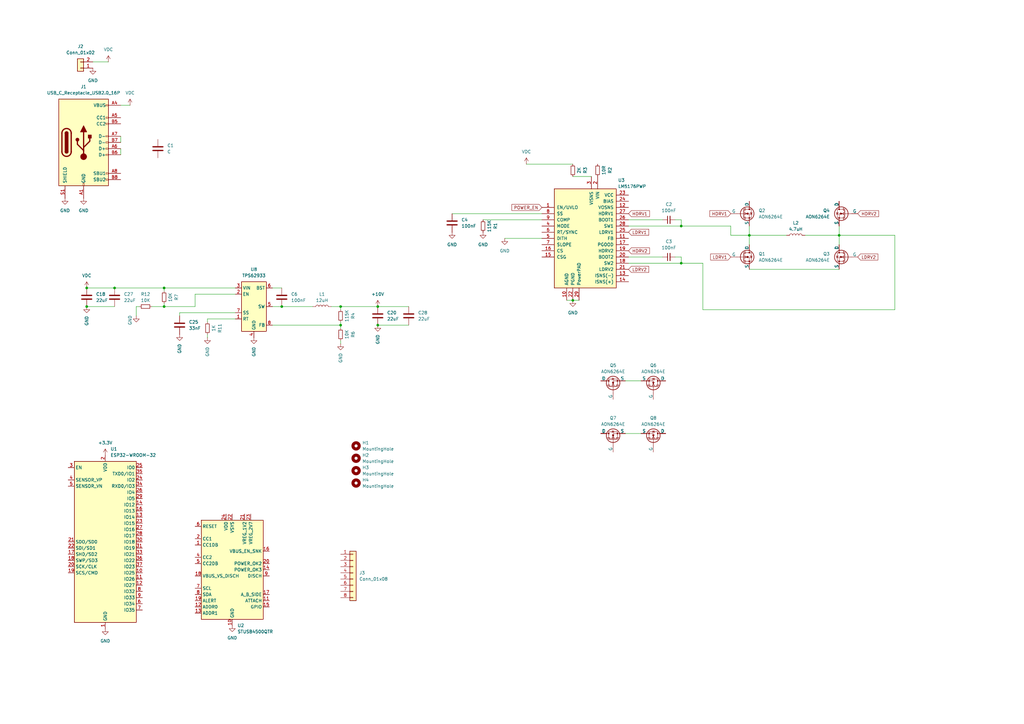
<source format=kicad_sch>
(kicad_sch (version 20250114) (generator "eeschema") (generator_version "9.0")
  (paper "A3")
  (lib_symbols
    (symbol "Connector:USB_C_Receptacle_USB2.0_16P" (pin_names (offset 1.016))
      (property "Reference" "J" (at 0 22.225 0))
      (property "Value" "USB_C_Receptacle_USB2.0_16P" (at 0 19.685 0))
      (symbol "USB_C_Receptacle_USB2.0_16P_0_0"
        (rectangle (start -0.254 -17.78) (end 0.254 -16.764))
        (rectangle (start 10.16 15.494) (end 9.144 14.986))
        (rectangle (start 10.16 10.414) (end 9.144 9.906))
        (rectangle (start 10.16 7.874) (end 9.144 7.366))
        (rectangle (start 10.16 2.794) (end 9.144 2.286))
        (rectangle (start 10.16 0.254) (end 9.144 -0.254))
        (rectangle (start 10.16 -2.286) (end 9.144 -2.794))
        (rectangle (start 10.16 -4.826) (end 9.144 -5.334))
        (rectangle (start 10.16 -12.446) (end 9.144 -12.954))
        (rectangle (start 10.16 -14.986) (end 9.144 -15.494))
      )
      (symbol "USB_C_Receptacle_USB2.0_16P_0_1"
        (rectangle (start -10.16 17.78) (end 10.16 -17.78) (stroke (width 0.254)) (fill (type background)))
        (polyline (pts (xy -8.89 -3.81) (xy -8.89 3.81)) (stroke (width 0.508)))
        (rectangle (start -7.62 -3.81) (end -6.35 3.81) (stroke (width 0.254)) (fill (type outline)))
        (arc (start -7.62 3.81) (mid -6.985 4.4423) (end -6.35 3.81) (stroke (width 0.254)))
        (arc (start -7.62 3.81) (mid -6.985 4.4423) (end -6.35 3.81) (stroke (width 0.254)) (fill (type outline)))
        (arc (start -8.89 3.81) (mid -6.985 5.7067) (end -5.08 3.81) (stroke (width 0.508)))
        (arc (start -5.08 -3.81) (mid -6.985 -5.7067) (end -8.89 -3.81) (stroke (width 0.508)))
        (arc (start -6.35 -3.81) (mid -6.985 -4.4423) (end -7.62 -3.81) (stroke (width 0.254)))
        (arc (start -6.35 -3.81) (mid -6.985 -4.4423) (end -7.62 -3.81) (stroke (width 0.254)) (fill (type outline)))
        (polyline (pts (xy -5.08 3.81) (xy -5.08 -3.81)) (stroke (width 0.508)))
        (circle (center -2.54 1.143) (radius 0.635) (stroke (width 0.254)) (fill (type outline)))
        (polyline (pts (xy -1.27 4.318) (xy 0 6.858) (xy 1.27 4.318) (xy -1.27 4.318)) (stroke (width 0.254)) (fill (type outline)))
        (polyline (pts (xy 0 -2.032) (xy 2.54 0.508) (xy 2.54 1.778)) (stroke (width 0.508)))
        (polyline (pts (xy 0 -3.302) (xy -2.54 -0.762) (xy -2.54 0.508)) (stroke (width 0.508)))
        (polyline (pts (xy 0 -5.842) (xy 0 4.318)) (stroke (width 0.508)))
        (circle (center 0 -5.842) (radius 1.27) (fill (type outline)))
        (rectangle (start 1.905 1.778) (end 3.175 3.048) (stroke (width 0.254)) (fill (type outline)))
      )
      (symbol "USB_C_Receptacle_USB2.0_16P_1_1"
        (pin passive line (at -7.62 -22.86 90) (length 5.08) (name "SHIELD") (number "S1"))
        (pin passive line (at 0 -22.86 90) (length 5.08) (name "GND") (number "A1"))
        (pin passive line (at 0 -22.86 90) (length 5.08) (hide yes) (name "GND") (number "A12"))
        (pin passive line (at 0 -22.86 90) (length 5.08) (hide yes) (name "GND") (number "B1"))
        (pin passive line (at 0 -22.86 90) (length 5.08) (hide yes) (name "GND") (number "B12"))
        (pin passive line (at 15.24 15.24 180) (length 5.08) (name "VBUS") (number "A4"))
        (pin passive line (at 15.24 15.24 180) (length 5.08) (hide yes) (name "VBUS") (number "A9"))
        (pin passive line (at 15.24 15.24 180) (length 5.08) (hide yes) (name "VBUS") (number "B4"))
        (pin passive line (at 15.24 15.24 180) (length 5.08) (hide yes) (name "VBUS") (number "B9"))
        (pin bidirectional line (at 15.24 10.16 180) (length 5.08) (name "CC1") (number "A5"))
        (pin bidirectional line (at 15.24 7.62 180) (length 5.08) (name "CC2") (number "B5"))
        (pin bidirectional line (at 15.24 2.54 180) (length 5.08) (name "D-") (number "A7"))
        (pin bidirectional line (at 15.24 0 180) (length 5.08) (name "D-") (number "B7"))
        (pin bidirectional line (at 15.24 -2.54 180) (length 5.08) (name "D+") (number "A6"))
        (pin bidirectional line (at 15.24 -5.08 180) (length 5.08) (name "D+") (number "B6"))
        (pin bidirectional line (at 15.24 -12.7 180) (length 5.08) (name "SBU1") (number "A8"))
        (pin bidirectional line (at 15.24 -15.24 180) (length 5.08) (name "SBU2") (number "B8"))
      )
    )
    (symbol "Connector_Generic:Conn_01x02" (pin_names (offset 1.016) (hide yes))
      (property "Reference" "J" (at 0 2.54 0))
      (property "Value" "Conn_01x02" (at 0 -5.08 0))
      (symbol "Conn_01x02_1_1"
        (rectangle (start -1.27 1.27) (end 1.27 -3.81) (stroke (width 0.254)) (fill (type background)))
        (rectangle (start -1.27 0.127) (end 0 -0.127) (stroke (width 0.1524)))
        (rectangle (start -1.27 -2.413) (end 0 -2.667) (stroke (width 0.1524)))
        (pin passive line (at -5.08 0 0) (length 3.81) (name "Pin_1") (number "1"))
        (pin passive line (at -5.08 -2.54 0) (length 3.81) (name "Pin_2") (number "2"))
      )
    )
    (symbol "Connector_Generic:Conn_01x08" (pin_names (offset 1.016) (hide yes))
      (property "Reference" "J" (at 0 10.16 0))
      (property "Value" "Conn_01x08" (at 0 -12.7 0))
      (symbol "Conn_01x08_1_1"
        (rectangle (start -1.27 8.89) (end 1.27 -11.43) (stroke (width 0.254)) (fill (type background)))
        (rectangle (start -1.27 7.747) (end 0 7.493) (stroke (width 0.1524)))
        (rectangle (start -1.27 5.207) (end 0 4.953) (stroke (width 0.1524)))
        (rectangle (start -1.27 2.667) (end 0 2.413) (stroke (width 0.1524)))
        (rectangle (start -1.27 0.127) (end 0 -0.127) (stroke (width 0.1524)))
        (rectangle (start -1.27 -2.413) (end 0 -2.667) (stroke (width 0.1524)))
        (rectangle (start -1.27 -4.953) (end 0 -5.207) (stroke (width 0.1524)))
        (rectangle (start -1.27 -7.493) (end 0 -7.747) (stroke (width 0.1524)))
        (rectangle (start -1.27 -10.033) (end 0 -10.287) (stroke (width 0.1524)))
        (pin passive line (at -5.08 7.62 0) (length 3.81) (name "Pin_1") (number "1"))
        (pin passive line (at -5.08 5.08 0) (length 3.81) (name "Pin_2") (number "2"))
        (pin passive line (at -5.08 2.54 0) (length 3.81) (name "Pin_3") (number "3"))
        (pin passive line (at -5.08 0 0) (length 3.81) (name "Pin_4") (number "4"))
        (pin passive line (at -5.08 -2.54 0) (length 3.81) (name "Pin_5") (number "5"))
        (pin passive line (at -5.08 -5.08 0) (length 3.81) (name "Pin_6") (number "6"))
        (pin passive line (at -5.08 -7.62 0) (length 3.81) (name "Pin_7") (number "7"))
        (pin passive line (at -5.08 -10.16 0) (length 3.81) (name "Pin_8") (number "8"))
      )
    )
    (symbol "Device:C" (pin_numbers (hide yes)) (pin_names (offset 0.254))
      (property "Reference" "C" (at 0.635 2.54 0))
      (property "Value" "C" (at 0.635 -2.54 0))
      (symbol "C_0_1"
        (polyline (pts (xy -2.032 0.762) (xy 2.032 0.762)) (stroke (width 0.508)))
        (polyline (pts (xy -2.032 -0.762) (xy 2.032 -0.762)) (stroke (width 0.508)))
      )
      (symbol "C_1_1"
        (pin passive line (at 0 3.81 270) (length 2.794) (name "~") (number "1"))
        (pin passive line (at 0 -3.81 90) (length 2.794) (name "~") (number "2"))
      )
    )
    (symbol "Device:C_Small" (pin_numbers (hide yes)) (pin_names (offset 0.254) (hide yes))
      (property "Reference" "C" (at 0.254 1.778 0))
      (property "Value" "C_Small" (at 0.254 -2.032 0))
      (symbol "C_Small_0_1"
        (polyline (pts (xy -1.524 0.508) (xy 1.524 0.508)) (stroke (width 0.3048)))
        (polyline (pts (xy -1.524 -0.508) (xy 1.524 -0.508)) (stroke (width 0.3302)))
      )
      (symbol "C_Small_1_1"
        (pin passive line (at 0 2.54 270) (length 2.032) (name "~") (number "1"))
        (pin passive line (at 0 -2.54 90) (length 2.032) (name "~") (number "2"))
      )
    )
    (symbol "Device:L" (pin_numbers (hide yes)) (pin_names (offset 1.016) (hide yes))
      (property "Reference" "L" (at -1.27 0 90))
      (property "Value" "L" (at 1.905 0 90))
      (symbol "L_0_1"
        (arc (start 0 2.54) (mid 0.6323 1.905) (end 0 1.27))
        (arc (start 0 1.27) (mid 0.6323 0.635) (end 0 0))
        (arc (start 0 0) (mid 0.6323 -0.635) (end 0 -1.27))
        (arc (start 0 -1.27) (mid 0.6323 -1.905) (end 0 -2.54))
      )
      (symbol "L_1_1"
        (pin passive line (at 0 3.81 270) (length 1.27) (name "1") (number "1"))
        (pin passive line (at 0 -3.81 90) (length 1.27) (name "2") (number "2"))
      )
    )
    (symbol "Device:R_Small" (pin_numbers (hide yes)) (pin_names (offset 0.254) (hide yes))
      (property "Reference" "R" (at 0 0 90))
      (property "Value" "R_Small" (at 1.778 0 90))
      (symbol "R_Small_0_1"
        (rectangle (start -0.762 1.778) (end 0.762 -1.778) (stroke (width 0.2032)))
      )
      (symbol "R_Small_1_1"
        (pin passive line (at 0 2.54 270) (length 0.762) (name "~") (number "1"))
        (pin passive line (at 0 -2.54 90) (length 0.762) (name "~") (number "2"))
      )
    )
    (symbol "Interface_USB:STUSB4500QTR"
      (property "Reference" "U" (at -12.7 21.59 0))
      (property "Value" "STUSB4500QTR" (at 8.89 -21.59 0))
      (symbol "STUSB4500QTR_0_1"
        (rectangle (start -12.7 20.32) (end 12.7 -20.32) (stroke (width 0.254)) (fill (type background)))
      )
      (symbol "STUSB4500QTR_1_1"
        (pin input line (at -15.24 17.78 0) (length 2.54) (name "RESET") (number "6"))
        (pin bidirectional line (at -15.24 12.7 0) (length 2.54) (name "CC1") (number "2"))
        (pin bidirectional line (at -15.24 10.16 0) (length 2.54) (name "CC1DB") (number "1"))
        (pin bidirectional line (at -15.24 5.08 0) (length 2.54) (name "CC2") (number "4"))
        (pin bidirectional line (at -15.24 2.54 0) (length 2.54) (name "CC2DB") (number "5"))
        (pin input line (at -15.24 -2.54 0) (length 2.54) (name "VBUS_VS_DISCH") (number "18"))
        (pin input line (at -15.24 -7.62 0) (length 2.54) (name "SCL") (number "7"))
        (pin bidirectional line (at -15.24 -10.16 0) (length 2.54) (name "SDA") (number "8"))
        (pin open_collector line (at -15.24 -12.7 0) (length 2.54) (name "ALERT") (number "19"))
        (pin input line (at -15.24 -15.24 0) (length 2.54) (name "ADDR0") (number "12"))
        (pin input line (at -15.24 -17.78 0) (length 2.54) (name "ADDR1") (number "13"))
        (pin no_connect line (at -12.7 15.24 0) (length 2.54) (hide yes) (name "NC") (number "3"))
        (pin power_in line (at -2.54 22.86 270) (length 2.54) (name "VDD") (number "24"))
        (pin power_in line (at 0 22.86 270) (length 2.54) (name "VSYS") (number "22"))
        (pin power_in line (at 0 -22.86 90) (length 2.54) (name "GND") (number "10"))
        (pin passive line (at 0 -22.86 90) (length 2.54) (hide yes) (name "GND") (number "25"))
        (pin power_out line (at 5.08 22.86 270) (length 2.54) (name "VREG_1V2") (number "21"))
        (pin power_out line (at 7.62 22.86 270) (length 2.54) (name "VREG_2V7") (number "23"))
        (pin open_collector line (at 15.24 7.62 180) (length 2.54) (name "VBUS_EN_SNK") (number "16"))
        (pin open_collector line (at 15.24 2.54 180) (length 2.54) (name "POWER_OK2") (number "20"))
        (pin open_collector line (at 15.24 0 180) (length 2.54) (name "POWER_OK3") (number "14"))
        (pin bidirectional line (at 15.24 -2.54 180) (length 2.54) (name "DISCH") (number "9"))
        (pin open_collector line (at 15.24 -10.16 180) (length 2.54) (name "A_B_SIDE") (number "17"))
        (pin open_collector line (at 15.24 -12.7 180) (length 2.54) (name "ATTACH") (number "11"))
        (pin open_collector line (at 15.24 -15.24 180) (length 2.54) (name "GPIO") (number "15"))
      )
    )
    (symbol "Mechanical:MountingHole" (pin_names (offset 1.016)) (in_bom no)
      (property "Reference" "H" (at 0 5.08 0))
      (property "Value" "MountingHole" (at 0 3.175 0))
      (symbol "MountingHole_0_1"
        (circle (center 0 0) (radius 1.27) (stroke (width 1.27)))
      )
    )
    (symbol "RF_Module:ESP32-WROOM-32"
      (property "Reference" "U" (at -12.7 34.29 0))
      (property "Value" "ESP32-WROOM-32" (at 1.27 34.29 0))
      (symbol "ESP32-WROOM-32_0_1"
        (rectangle (start -12.7 33.02) (end 12.7 -33.02) (stroke (width 0.254)) (fill (type background)))
      )
      (symbol "ESP32-WROOM-32_1_1"
        (pin input line (at -15.24 30.48 0) (length 2.54) (name "EN") (number "3"))
        (pin input line (at -15.24 25.4 0) (length 2.54) (name "SENSOR_VP") (number "4"))
        (pin input line (at -15.24 22.86 0) (length 2.54) (name "SENSOR_VN") (number "5"))
        (pin bidirectional line (at -15.24 0 0) (length 2.54) (name "SDO/SD0") (number "21"))
        (pin bidirectional line (at -15.24 -2.54 0) (length 2.54) (name "SDI/SD1") (number "22"))
        (pin bidirectional line (at -15.24 -5.08 0) (length 2.54) (name "SHD/SD2") (number "17"))
        (pin bidirectional line (at -15.24 -7.62 0) (length 2.54) (name "SWP/SD3") (number "18"))
        (pin bidirectional line (at -15.24 -10.16 0) (length 2.54) (name "SCK/CLK") (number "20"))
        (pin bidirectional line (at -15.24 -12.7 0) (length 2.54) (name "SCS/CMD") (number "19"))
        (pin no_connect line (at -12.7 -27.94 0) (length 2.54) (hide yes) (name "NC") (number "32"))
        (pin power_in line (at 0 35.56 270) (length 2.54) (name "VDD") (number "2"))
        (pin power_in line (at 0 -35.56 90) (length 2.54) (name "GND") (number "1"))
        (pin passive line (at 0 -35.56 90) (length 2.54) (hide yes) (name "GND") (number "15"))
        (pin passive line (at 0 -35.56 90) (length 2.54) (hide yes) (name "GND") (number "38"))
        (pin passive line (at 0 -35.56 90) (length 2.54) (hide yes) (name "GND") (number "39"))
        (pin bidirectional line (at 15.24 30.48 180) (length 2.54) (name "IO0") (number "25"))
        (pin bidirectional line (at 15.24 27.94 180) (length 2.54) (name "TXD0/IO1") (number "35"))
        (pin bidirectional line (at 15.24 25.4 180) (length 2.54) (name "IO2") (number "24"))
        (pin bidirectional line (at 15.24 22.86 180) (length 2.54) (name "RXD0/IO3") (number "34"))
        (pin bidirectional line (at 15.24 20.32 180) (length 2.54) (name "IO4") (number "26"))
        (pin bidirectional line (at 15.24 17.78 180) (length 2.54) (name "IO5") (number "29"))
        (pin bidirectional line (at 15.24 15.24 180) (length 2.54) (name "IO12") (number "14"))
        (pin bidirectional line (at 15.24 12.7 180) (length 2.54) (name "IO13") (number "16"))
        (pin bidirectional line (at 15.24 10.16 180) (length 2.54) (name "IO14") (number "13"))
        (pin bidirectional line (at 15.24 7.62 180) (length 2.54) (name "IO15") (number "23"))
        (pin bidirectional line (at 15.24 5.08 180) (length 2.54) (name "IO16") (number "27"))
        (pin bidirectional line (at 15.24 2.54 180) (length 2.54) (name "IO17") (number "28"))
        (pin bidirectional line (at 15.24 0 180) (length 2.54) (name "IO18") (number "30"))
        (pin bidirectional line (at 15.24 -2.54 180) (length 2.54) (name "IO19") (number "31"))
        (pin bidirectional line (at 15.24 -5.08 180) (length 2.54) (name "IO21") (number "33"))
        (pin bidirectional line (at 15.24 -7.62 180) (length 2.54) (name "IO22") (number "36"))
        (pin bidirectional line (at 15.24 -10.16 180) (length 2.54) (name "IO23") (number "37"))
        (pin bidirectional line (at 15.24 -12.7 180) (length 2.54) (name "IO25") (number "10"))
        (pin bidirectional line (at 15.24 -15.24 180) (length 2.54) (name "IO26") (number "11"))
        (pin bidirectional line (at 15.24 -17.78 180) (length 2.54) (name "IO27") (number "12"))
        (pin bidirectional line (at 15.24 -20.32 180) (length 2.54) (name "IO32") (number "8"))
        (pin bidirectional line (at 15.24 -22.86 180) (length 2.54) (name "IO33") (number "9"))
        (pin input line (at 15.24 -25.4 180) (length 2.54) (name "IO34") (number "6"))
        (pin input line (at 15.24 -27.94 180) (length 2.54) (name "IO35") (number "7"))
      )
    )
    (symbol "Regulator_Switching:LM5176PWP" (pin_names (offset 1.016))
      (property "Reference" "U" (at -12.7 24.13 0))
      (property "Value" "LM5176PWP" (at -12.7 21.59 0))
      (symbol "LM5176PWP_0_1"
        (rectangle (start -12.7 20.32) (end 12.7 -20.32) (stroke (width 0.254)) (fill (type background)))
      )
      (symbol "LM5176PWP_1_1"
        (pin input line (at -17.78 12.7 0) (length 5.08) (name "EN/UVLO") (number "1"))
        (pin passive line (at -17.78 10.16 0) (length 5.08) (name "SS") (number "8"))
        (pin passive line (at -17.78 7.62 0) (length 5.08) (name "COMP") (number "9"))
        (pin input line (at -17.78 5.08 0) (length 5.08) (name "MODE") (number "4"))
        (pin input line (at -17.78 2.54 0) (length 5.08) (name "RT/SYNC") (number "6"))
        (pin passive line (at -17.78 0 0) (length 5.08) (name "DITH") (number "5"))
        (pin passive line (at -17.78 -2.54 0) (length 5.08) (name "SLOPE") (number "7"))
        (pin input line (at -17.78 -5.08 0) (length 5.08) (name "CS") (number "16"))
        (pin input line (at -17.78 -7.62 0) (length 5.08) (name "CSG") (number "15"))
        (pin power_in line (at -7.62 -25.4 90) (length 5.08) (name "AGND") (number "10"))
        (pin power_in line (at -5.08 -25.4 90) (length 5.08) (name "PGND") (number "22"))
        (pin input line (at -2.54 -25.4 90) (length 5.08) (name "PowerPAD") (number "29"))
        (pin input line (at 2.54 25.4 270) (length 5.08) (name "VISNS") (number "3"))
        (pin power_in line (at 5.08 25.4 270) (length 5.08) (name "VIN") (number "2"))
        (pin power_in line (at 17.78 17.78 180) (length 5.08) (name "VCC") (number "23"))
        (pin input line (at 17.78 15.24 180) (length 5.08) (name "BIAS") (number "24"))
        (pin output line (at 17.78 12.7 180) (length 5.08) (name "VOSNS") (number "12"))
        (pin output line (at 17.78 10.16 180) (length 5.08) (name "HDRV1") (number "27"))
        (pin passive line (at 17.78 7.62 180) (length 5.08) (name "BOOT1") (number "26"))
        (pin output line (at 17.78 5.08 180) (length 5.08) (name "SW1") (number "28"))
        (pin output line (at 17.78 2.54 180) (length 5.08) (name "LDRV1") (number "25"))
        (pin input line (at 17.78 0 180) (length 5.08) (name "FB") (number "11"))
        (pin output line (at 17.78 -2.54 180) (length 5.08) (name "PGOOD") (number "17"))
        (pin output line (at 17.78 -5.08 180) (length 5.08) (name "HDRV2") (number "19"))
        (pin passive line (at 17.78 -7.62 180) (length 5.08) (name "BOOT2") (number "20"))
        (pin output line (at 17.78 -10.16 180) (length 5.08) (name "SW2") (number "18"))
        (pin output line (at 17.78 -12.7 180) (length 5.08) (name "LDRV2") (number "21"))
        (pin input line (at 17.78 -15.24 180) (length 5.08) (name "ISNS(-)") (number "13"))
        (pin input line (at 17.78 -17.78 180) (length 5.08) (name "ISNS(+)") (number "14"))
      )
    )
    (symbol "Regulator_Switching:TPS62933"
      (property "Reference" "U" (at 0 13.97 0))
      (property "Value" "TPS62933" (at 0 11.43 0))
      (symbol "TPS62933_0_1"
        (rectangle (start -5.08 10.16) (end 5.08 -10.16) (stroke (width 0.254)) (fill (type background)))
      )
      (symbol "TPS62933_1_1"
        (pin power_in line (at -7.62 7.62 0) (length 2.54) (name "VIN") (number "3"))
        (pin input line (at -7.62 5.08 0) (length 2.54) (name "EN") (number "2"))
        (pin passive line (at -7.62 -2.54 0) (length 2.54) (name "SS") (number "7"))
        (pin passive line (at -7.62 -5.08 0) (length 2.54) (name "RT") (number "1"))
        (pin power_in line (at 0 -12.7 90) (length 2.54) (name "GND") (number "4"))
        (pin passive line (at 7.62 7.62 180) (length 2.54) (name "BST") (number "6"))
        (pin output line (at 7.62 0 180) (length 2.54) (name "SW") (number "5"))
        (pin input line (at 7.62 -7.62 180) (length 2.54) (name "FB") (number "8"))
      )
    )
    (symbol "TiManh:NMOS-8PINS" (pin_numbers (hide yes)) (pin_names (offset 0))
      (property "Reference" "Q" (at 3.81 1.27 0))
      (property "Value" "NMOS-8PINS" (at 3.81 -1.27 0))
      (symbol "NMOS-8PINS_0_1"
        (polyline (pts (xy -1.016 1.905) (xy -1.016 -1.905)) (stroke (width 0.254)))
        (polyline (pts (xy -1.016 0) (xy -3.81 0)))
        (polyline (pts (xy -0.508 2.286) (xy -0.508 1.27)) (stroke (width 0.254)))
        (polyline (pts (xy -0.508 0.508) (xy -0.508 -0.508)) (stroke (width 0.254)))
        (polyline (pts (xy -0.508 -1.27) (xy -0.508 -2.286)) (stroke (width 0.254)))
        (polyline (pts (xy -0.508 -1.778) (xy 2.032 -1.778) (xy 2.032 1.778) (xy -0.508 1.778)))
        (polyline (pts (xy -0.254 0) (xy 0.762 0.381) (xy 0.762 -0.381) (xy -0.254 0)) (fill (type outline)))
        (circle (center 0.381 0) (radius 2.794) (stroke (width 0.254)))
        (polyline (pts (xy 1.27 2.54) (xy 1.27 1.778)))
        (circle (center 1.27 1.778) (radius 0.254) (fill (type outline)))
        (circle (center 1.27 -1.778) (radius 0.254) (fill (type outline)))
        (polyline (pts (xy 1.27 -2.54) (xy 1.27 0) (xy -0.508 0)))
        (polyline (pts (xy 1.524 0.508) (xy 1.651 0.381) (xy 2.413 0.381) (xy 2.54 0.254)))
        (polyline (pts (xy 2.032 0.381) (xy 1.651 -0.254) (xy 2.413 -0.254) (xy 2.032 0.381)))
      )
      (symbol "NMOS-8PINS_1_1"
        (pin input line (at -6.35 0 0) (length 2.54) (name "G") (number "4"))
        (pin passive line (at 1.27 5.08 270) (length 2.54) (name "D") (number "5"))
        (pin passive line (at 1.27 5.08 270) (length 2.54) (name "D") (number "6"))
        (pin passive line (at 1.27 5.08 270) (length 2.54) (name "D") (number "7"))
        (pin passive line (at 1.27 5.08 270) (length 2.54) (name "D") (number "8"))
        (pin passive line (at 1.27 -5.08 90) (length 2.54) (name "S") (number "1"))
        (pin passive line (at 1.27 -5.08 90) (length 2.54) (name "S") (number "2"))
        (pin passive line (at 1.27 -5.08 90) (length 2.54) (name "S") (number "3"))
      )
    )
    (symbol "power:+10V" (power) (pin_numbers (hide yes)) (pin_names (offset 0) (hide yes))
      (property "Value" "+10V" (at 0 3.556 0))
      (symbol "+10V_0_1"
        (polyline (pts (xy -0.762 1.27) (xy 0 2.54)))
        (polyline (pts (xy 0 2.54) (xy 0.762 1.27)))
        (polyline (pts (xy 0 0) (xy 0 2.54)))
      )
      (symbol "+10V_1_1"
        (pin power_in line (at 0 0 90) (length 0) (name "~") (number "1"))
      )
    )
    (symbol "power:+3.3V" (power) (pin_numbers (hide yes)) (pin_names (offset 0) (hide yes))
      (property "Value" "+3.3V" (at 0 3.556 0))
      (symbol "+3.3V_0_1"
        (polyline (pts (xy -0.762 1.27) (xy 0 2.54)))
        (polyline (pts (xy 0 2.54) (xy 0.762 1.27)))
        (polyline (pts (xy 0 0) (xy 0 2.54)))
      )
      (symbol "+3.3V_1_1"
        (pin power_in line (at 0 0 90) (length 0) (name "~") (number "1"))
      )
    )
    (symbol "power:GND" (power) (pin_numbers (hide yes)) (pin_names (offset 0) (hide yes))
      (property "Value" "GND" (at 0 -3.81 0))
      (symbol "GND_0_1"
        (polyline (pts (xy 0 0) (xy 0 -1.27) (xy 1.27 -1.27) (xy 0 -2.54) (xy -1.27 -1.27) (xy 0 -1.27)))
      )
      (symbol "GND_1_1"
        (pin power_in line (at 0 0 270) (length 0) (name "~") (number "1"))
      )
    )
    (symbol "power:VDC" (power) (pin_numbers (hide yes)) (pin_names (offset 0) (hide yes))
      (property "Value" "VDC" (at 0 3.556 0))
      (symbol "VDC_0_1"
        (polyline (pts (xy -0.762 1.27) (xy 0 2.54)))
        (polyline (pts (xy 0 2.54) (xy 0.762 1.27)))
        (polyline (pts (xy 0 0) (xy 0 2.54)))
      )
      (symbol "VDC_1_1"
        (pin power_in line (at 0 0 90) (length 0) (name "~") (number "1"))
      )
    )
  )
  (junction (at 279.4 107.95))
  (junction (at 46.99 118.11))
  (junction (at 139.7 125.73))
  (junction (at 67.31 125.73))
  (junction (at 35.56 125.73))
  (junction (at 234.95 123.19))
  (junction (at 35.56 118.11))
  (junction (at 139.7 133.35))
  (junction (at 279.4 92.71))
  (junction (at 67.31 118.11))
  (junction (at 115.57 125.73))
  (junction (at 344.17 96.52))
  (junction (at 307.34 96.52))
  (junction (at 154.94 125.73))
  (junction (at 154.94 133.35))
  (wire (pts (xy 80.01 125.73) (xy 80.01 120.65)))
  (wire (pts (xy 288.29 107.95) (xy 288.29 127)))
  (wire (pts (xy 279.4 105.41) (xy 279.4 107.95)))
  (wire (pts (xy 85.09 137.16) (xy 85.09 138.43)))
  (wire (pts (xy 55.88 125.73) (xy 57.15 125.73)))
  (wire (pts (xy 234.95 72.39) (xy 242.57 72.39)))
  (wire (pts (xy 344.17 92.71) (xy 344.17 96.52)))
  (wire (pts (xy 276.86 90.17) (xy 279.4 90.17)))
  (wire (pts (xy 67.31 118.11) (xy 96.52 118.11)))
  (wire (pts (xy 207.01 97.79) (xy 222.25 97.79)))
  (wire (pts (xy 330.2 96.52) (xy 344.17 96.52)))
  (wire (pts (xy 299.72 92.71) (xy 299.72 96.52)))
  (wire (pts (xy 198.12 90.17) (xy 222.25 90.17)))
  (wire (pts (xy 49.53 55.88) (xy 49.53 58.42)))
  (wire (pts (xy 44.45 25.4) (xy 38.1 25.4)))
  (wire (pts (xy 73.66 129.54) (xy 73.66 128.27)))
  (wire (pts (xy 344.17 96.52) (xy 344.17 100.33)))
  (wire (pts (xy 85.09 130.81) (xy 96.52 130.81)))
  (wire (pts (xy 154.94 133.35) (xy 167.64 133.35)))
  (wire (pts (xy 49.53 60.96) (xy 49.53 63.5)))
  (wire (pts (xy 367.03 127) (xy 367.03 96.52)))
  (wire (pts (xy 115.57 118.11) (xy 111.76 118.11)))
  (wire (pts (xy 111.76 133.35) (xy 139.7 133.35)))
  (wire (pts (xy 139.7 132.08) (xy 139.7 133.35)))
  (wire (pts (xy 73.66 128.27) (xy 96.52 128.27)))
  (wire (pts (xy 55.88 129.54) (xy 55.88 125.73)))
  (wire (pts (xy 288.29 127) (xy 367.03 127)))
  (wire (pts (xy 288.29 107.95) (xy 279.4 107.95)))
  (wire (pts (xy 257.81 92.71) (xy 279.4 92.71)))
  (wire (pts (xy 279.4 92.71) (xy 299.72 92.71)))
  (wire (pts (xy 139.7 125.73) (xy 154.94 125.73)))
  (wire (pts (xy 367.03 96.52) (xy 344.17 96.52)))
  (wire (pts (xy 67.31 125.73) (xy 67.31 124.46)))
  (wire (pts (xy 232.41 123.19) (xy 234.95 123.19)))
  (wire (pts (xy 262.89 177.8) (xy 256.54 177.8)))
  (wire (pts (xy 215.9 67.31) (xy 234.95 67.31)))
  (wire (pts (xy 307.34 110.49) (xy 344.17 110.49)))
  (wire (pts (xy 115.57 125.73) (xy 111.76 125.73)))
  (wire (pts (xy 139.7 133.35) (xy 139.7 134.62)))
  (wire (pts (xy 46.99 118.11) (xy 67.31 118.11)))
  (wire (pts (xy 53.34 43.18) (xy 49.53 43.18)))
  (wire (pts (xy 139.7 127) (xy 139.7 125.73)))
  (wire (pts (xy 80.01 120.65) (xy 96.52 120.65)))
  (wire (pts (xy 139.7 140.97) (xy 139.7 139.7)))
  (wire (pts (xy 85.09 132.08) (xy 85.09 130.81)))
  (wire (pts (xy 279.4 107.95) (xy 257.81 107.95)))
  (wire (pts (xy 154.94 125.73) (xy 167.64 125.73)))
  (wire (pts (xy 115.57 125.73) (xy 128.27 125.73)))
  (wire (pts (xy 307.34 92.71) (xy 307.34 96.52)))
  (wire (pts (xy 257.81 105.41) (xy 271.78 105.41)))
  (wire (pts (xy 262.89 156.21) (xy 256.54 156.21)))
  (wire (pts (xy 67.31 119.38) (xy 67.31 118.11)))
  (wire (pts (xy 234.95 123.19) (xy 237.49 123.19)))
  (wire (pts (xy 276.86 105.41) (xy 279.4 105.41)))
  (wire (pts (xy 62.23 125.73) (xy 67.31 125.73)))
  (wire (pts (xy 257.81 90.17) (xy 271.78 90.17)))
  (wire (pts (xy 299.72 96.52) (xy 307.34 96.52)))
  (wire (pts (xy 135.89 125.73) (xy 139.7 125.73)))
  (wire (pts (xy 279.4 90.17) (xy 279.4 92.71)))
  (wire (pts (xy 67.31 125.73) (xy 80.01 125.73)))
  (wire (pts (xy 35.56 125.73) (xy 46.99 125.73)))
  (wire (pts (xy 307.34 96.52) (xy 322.58 96.52)))
  (wire (pts (xy 35.56 118.11) (xy 46.99 118.11)))
  (wire (pts (xy 307.34 96.52) (xy 307.34 100.33)))
  (wire (pts (xy 185.42 87.63) (xy 222.25 87.63)))
  (global_label "LDRV2" (shape input) (at 257.81 110.49 0) (property "Intersheetrefs" "${INTERSHEET_REFS}" (effects (hide yes))))
  (global_label "HDRV2" (shape input) (at 351.79 87.63 0) (property "Intersheetrefs" "${INTERSHEET_REFS}" (effects (hide yes))))
  (global_label "LDRV1" (shape input) (at 257.81 95.25 0) (property "Intersheetrefs" "${INTERSHEET_REFS}" (effects (hide yes))))
  (global_label "LDRV1" (shape input) (at 299.72 105.41 180) (property "Intersheetrefs" "${INTERSHEET_REFS}" (effects (hide yes))))
  (global_label "HDRV1" (shape input) (at 257.81 87.63 0) (property "Intersheetrefs" "${INTERSHEET_REFS}" (effects (hide yes))))
  (global_label "HDRV2" (shape input) (at 257.81 102.87 0) (property "Intersheetrefs" "${INTERSHEET_REFS}" (effects (hide yes))))
  (global_label "LDRV2" (shape input) (at 351.79 105.41 0) (property "Intersheetrefs" "${INTERSHEET_REFS}" (effects (hide yes))))
  (global_label "HDRV1" (shape input) (at 299.72 87.63 180) (property "Intersheetrefs" "${INTERSHEET_REFS}" (effects (hide yes))))
  (global_label "POWER_EN" (shape input) (at 222.25 85.09 180) (property "Intersheetrefs" "${INTERSHEET_REFS}" (effects (hide yes))))
  (symbol (lib_id "Connector_Generic:Conn_01x02") (at 33.02 27.94 180) (unit 1)
    (property "Reference" "J2" (at 33.02 19.05 0))
    (property "Value" "Conn_01x02" (at 33.02 21.59 0))
    (property "Footprint" "Connector_AMASS:AMASS_XT30PW-M_1x02_P2.50mm_Horizontal" (effects (hide yes)))
    (property "Description" "Generic connector, single row, 01x02, script generated (kicad-library-utils/schlib/autogen/connector/)" (effects (hide yes)))
  )
  (symbol (lib_id "power:GND") (at 234.95 123.19 0) (unit 1)
    (property "Reference" "#PWR07" (effects (hide yes)))
    (property "Value" "GND" (at 234.95 128.27 0))
    (property "Description" "Power symbol creates a global label with name \"GND\" , ground" (effects (hide yes)))
  )
  (symbol (lib_id "Device:R_Small") (at 139.7 137.16 0) (mirror x) (unit 1)
    (property "Reference" "R6" (at 144.78 137.16 90))
    (property "Value" "10K" (at 142.24 137.16 90))
    (property "Footprint" "Resistor_SMD:R_0603_1608Metric" (effects (hide yes)))
    (property "Description" "Resistor, small symbol" (effects (hide yes)))
  )
  (symbol (lib_id "Device:R_Small") (at 67.31 121.92 0) (mirror x) (unit 1)
    (property "Reference" "R7" (at 72.39 121.92 90))
    (property "Value" "10K" (at 69.85 121.92 90))
    (property "Footprint" "Resistor_SMD:R_0603_1608Metric" (effects (hide yes)))
    (property "Description" "Resistor, small symbol" (effects (hide yes)))
  )
  (symbol (lib_id "Device:R_Small") (at 198.12 92.71 0) (mirror x) (unit 1)
    (property "Reference" "R1" (at 203.2 92.71 90))
    (property "Value" "115K" (at 200.66 92.71 90))
    (property "Footprint" "Resistor_SMD:R_0603_1608Metric" (effects (hide yes)))
    (property "Description" "Resistor, small symbol" (effects (hide yes)))
  )
  (symbol (lib_id "power:GND") (at 43.18 257.81 0) (unit 1)
    (property "Reference" "#PWR03" (effects (hide yes)))
    (property "Value" "GND" (at 43.18 262.89 0))
    (property "Description" "Power symbol creates a global label with name \"GND\" , ground" (effects (hide yes)))
  )
  (symbol (lib_id "power:GND") (at 95.25 256.54 0) (unit 1)
    (property "Reference" "#PWR04" (effects (hide yes)))
    (property "Value" "GND" (at 95.25 261.62 0))
    (property "Description" "Power symbol creates a global label with name \"GND\" , ground" (effects (hide yes)))
  )
  (symbol (lib_id "power:GND") (at 55.88 129.54 0) (unit 1)
    (property "Reference" "#PWR010" (effects (hide yes)))
    (property "Value" "GND" (at 53.34 129.286 90) (effects (justify right)))
    (property "Description" "Power symbol creates a global label with name \"GND\" , ground" (effects (hide yes)))
  )
  (symbol (lib_id "Device:C") (at 167.64 129.54 180) (unit 1)
    (property "Reference" "C28" (at 171.45 128.2699 0) (effects (justify right)))
    (property "Value" "22uF" (at 171.45 130.8099 0) (effects (justify right)))
    (property "Footprint" "Capacitor_SMD:C_1206_3216Metric" (effects (hide yes)))
    (property "Description" "Unpolarized capacitor" (effects (hide yes)))
  )
  (symbol (lib_id "Device:C") (at 46.99 121.92 180) (unit 1)
    (property "Reference" "C27" (at 50.8 120.6499 0) (effects (justify right)))
    (property "Value" "22uF" (at 50.8 123.1899 0) (effects (justify right)))
    (property "Footprint" "Capacitor_SMD:C_1206_3216Metric" (effects (hide yes)))
    (property "Description" "Unpolarized capacitor" (effects (hide yes)))
  )
  (symbol (lib_id "Connector:USB_C_Receptacle_USB2.0_16P") (at 34.29 58.42 0) (unit 1)
    (property "Reference" "J1" (at 34.29 35.56 0))
    (property "Value" "USB_C_Receptacle_USB2.0_16P" (at 34.29 38.1 0))
    (property "Footprint" "Connector_USB:USB_C_Receptacle_G-Switch_GT-USB-7010ASV" (effects (hide yes)))
    (property "Datasheet" "https://www.usb.org/sites/default/files/documents/usb_type-c.zip" (effects (hide yes)))
    (property "Description" "USB 2.0-only 16P Type-C Receptacle connector" (effects (hide yes)))
  )
  (symbol (lib_id "Device:R_Small") (at 85.09 134.62 0) (mirror x) (unit 1)
    (property "Reference" "R11" (at 90.17 134.62 90))
    (property "Value" "1K" (at 87.63 134.62 90))
    (property "Footprint" "Resistor_SMD:R_0603_1608Metric" (effects (hide yes)))
    (property "Description" "Resistor, small symbol" (effects (hide yes)))
  )
  (symbol (lib_id "Device:C") (at 115.57 121.92 180) (unit 1)
    (property "Reference" "C6" (at 119.38 120.6499 0) (effects (justify right)))
    (property "Value" "100nF" (at 119.38 123.1899 0) (effects (justify right)))
    (property "Footprint" "Capacitor_SMD:C_0603_1608Metric" (effects (hide yes)))
    (property "Description" "Unpolarized capacitor" (effects (hide yes)))
  )
  (symbol (lib_id "Device:C_Small") (at 274.32 90.17 90) (unit 1)
    (property "Reference" "C2" (at 274.3263 83.82 90))
    (property "Value" "100nF" (at 274.3263 86.36 90))
    (property "Footprint" "Capacitor_SMD:C_0603_1608Metric" (effects (hide yes)))
    (property "Description" "Unpolarized capacitor, small symbol" (effects (hide yes)))
  )
  (symbol (lib_id "power:GND") (at 104.14 138.43 0) (unit 1)
    (property "Reference" "#PWR029" (effects (hide yes)))
    (property "Value" "GND" (at 104.1401 142.24 90) (effects (justify right)))
    (property "Description" "Power symbol creates a global label with name \"GND\" , ground" (effects (hide yes)))
  )
  (symbol (lib_id "Device:R_Small") (at 59.69 125.73 270) (mirror x) (unit 1)
    (property "Reference" "R12" (at 59.69 120.65 90))
    (property "Value" "10K" (at 59.69 123.19 90))
    (property "Footprint" "Resistor_SMD:R_0603_1608Metric" (effects (hide yes)))
    (property "Description" "Resistor, small symbol" (effects (hide yes)))
  )
  (symbol (lib_id "TiManh:NMOS-8PINS") (at 267.97 157.48 270) (mirror x) (unit 1)
    (property "Reference" "Q6" (at 267.97 149.86 90))
    (property "Value" "AON6264E" (at 267.97 152.4 90))
    (property "Footprint" "Package_DFN_QFN:PQFN-8-EP_6x5mm_P1.27mm_Generic" (effects (hide yes)))
  )
  (symbol (lib_id "Device:C") (at 185.42 91.44 180) (unit 1)
    (property "Reference" "C4" (at 189.23 90.1699 0) (effects (justify right)))
    (property "Value" "100nF" (at 189.23 92.7099 0) (effects (justify right)))
    (property "Footprint" "Capacitor_SMD:C_0603_1608Metric" (effects (hide yes)))
    (property "Description" "Unpolarized capacitor" (effects (hide yes)))
  )
  (symbol (lib_id "TiManh:NMOS-8PINS") (at 345.44 87.63 0) (mirror y) (unit 1)
    (property "Reference" "Q4" (at 340.36 86.3599 0) (effects (justify left)))
    (property "Value" "AON6264E" (at 340.36 88.8999 0) (effects (justify left)))
    (property "Footprint" "Package_DFN_QFN:PQFN-8-EP_6x5mm_P1.27mm_Generic" (effects (hide yes)))
  )
  (symbol (lib_id "Mechanical:MountingHole") (at 146.05 187.96 0) (unit 1) (in_bom no)
    (property "Reference" "H2" (at 148.59 186.6899 0) (effects (justify left)))
    (property "Value" "MountingHole" (at 148.59 189.2299 0) (effects (justify left)))
    (property "Footprint" "MountingHole:MountingHole_3.2mm_M3" (effects (hide yes)))
    (property "Description" "Mounting Hole without connection" (effects (hide yes)))
  )
  (symbol (lib_id "Device:C") (at 35.56 121.92 180) (unit 1)
    (property "Reference" "C18" (at 39.37 120.6499 0) (effects (justify right)))
    (property "Value" "22uF" (at 39.37 123.1899 0) (effects (justify right)))
    (property "Footprint" "Capacitor_SMD:C_1206_3216Metric" (effects (hide yes)))
    (property "Description" "Unpolarized capacitor" (effects (hide yes)))
  )
  (symbol (lib_id "Interface_USB:STUSB4500QTR") (at 95.25 233.68 0) (unit 1)
    (property "Reference" "U2" (at 97.3933 256.54 0) (effects (justify left)))
    (property "Value" "STUSB4500QTR" (at 97.3933 259.08 0) (effects (justify left)))
    (property "Footprint" "Package_DFN_QFN:QFN-24-1EP_4x4mm_P0.5mm_EP2.7x2.7mm" (effects (hide yes)))
    (property "Datasheet" "https://www.st.com/resource/en/datasheet/stusb4500.pdf" (effects (hide yes)))
    (property "Description" "Stand-alone USB PD controller (with sink Auto-run mode), QFN-24" (effects (hide yes)))
  )
  (symbol (lib_id "power:GND") (at 34.29 81.28 0) (unit 1)
    (property "Reference" "#PWR01" (effects (hide yes)))
    (property "Value" "GND" (at 34.29 86.36 0))
    (property "Description" "Power symbol creates a global label with name \"GND\" , ground" (effects (hide yes)))
  )
  (symbol (lib_id "power:GND") (at 198.12 95.25 0) (unit 1)
    (property "Reference" "#PWR014" (effects (hide yes)))
    (property "Value" "GND" (at 198.12 100.33 0))
    (property "Description" "Power symbol creates a global label with name \"GND\" , ground" (effects (hide yes)))
  )
  (symbol (lib_id "power:GND") (at 73.66 137.16 0) (unit 1)
    (property "Reference" "#PWR08" (effects (hide yes)))
    (property "Value" "GND" (at 73.6601 140.97 90) (effects (justify right)))
    (property "Description" "Power symbol creates a global label with name \"GND\" , ground" (effects (hide yes)))
  )
  (symbol (lib_id "TiManh:NMOS-8PINS") (at 251.46 157.48 90) (unit 1)
    (property "Reference" "Q5" (at 251.46 149.86 90))
    (property "Value" "AON6264E" (at 251.46 152.4 90))
    (property "Footprint" "Package_DFN_QFN:PQFN-8-EP_6x5mm_P1.27mm_Generic" (effects (hide yes)))
  )
  (symbol (lib_id "Regulator_Switching:LM5176PWP") (at 240.03 97.79 0) (unit 1)
    (property "Reference" "U3" (at 253.492 73.914 0) (effects (justify left)))
    (property "Value" "LM5176PWP" (at 253.492 76.454 0) (effects (justify left)))
    (property "Footprint" "Package_SO:HTSSOP-28-1EP_4.4x9.7mm_P0.65mm_EP3.4x9.5mm_ThermalVias" (effects (hide yes)))
    (property "Datasheet" "http://www.ti.com/lit/ds/symlink/lm5176.pdf" (effects (hide yes)))
    (property "Description" "55-V wide Vin synchronous 4-switch Buck-Boost controller, HTSSOP-28 package" (effects (hide yes)))
  )
  (symbol (lib_id "TiManh:NMOS-8PINS") (at 345.44 105.41 0) (mirror y) (unit 1)
    (property "Reference" "Q3" (at 340.36 104.1399 0) (effects (justify left)))
    (property "Value" "AON6264E" (at 340.36 106.6799 0) (effects (justify left)))
    (property "Footprint" "Package_DFN_QFN:PQFN-8-EP_6x5mm_P1.27mm_Generic" (effects (hide yes)))
  )
  (symbol (lib_id "Device:C_Small") (at 274.32 105.41 90) (unit 1)
    (property "Reference" "C3" (at 274.3263 99.06 90))
    (property "Value" "100nF" (at 274.3263 101.6 90))
    (property "Footprint" "Capacitor_SMD:C_0603_1608Metric" (effects (hide yes)))
    (property "Description" "Unpolarized capacitor, small symbol" (effects (hide yes)))
  )
  (symbol (lib_id "Mechanical:MountingHole") (at 146.05 182.88 0) (unit 1) (in_bom no)
    (property "Reference" "H1" (at 148.59 181.6099 0) (effects (justify left)))
    (property "Value" "MountingHole" (at 148.59 184.1499 0) (effects (justify left)))
    (property "Footprint" "MountingHole:MountingHole_3.2mm_M3" (effects (hide yes)))
    (property "Description" "Mounting Hole without connection" (effects (hide yes)))
  )
  (symbol (lib_id "Device:L") (at 326.39 96.52 90) (unit 1)
    (property "Reference" "L2" (at 326.39 91.44 90))
    (property "Value" "4.7uH" (at 326.39 93.98 90))
    (property "Footprint" "Inductor_SMD:L_Chilisin_BMRF00101040" (effects (hide yes)))
    (property "Description" "Inductor" (effects (hide yes)))
  )
  (symbol (lib_id "Device:C") (at 73.66 133.35 180) (unit 1)
    (property "Reference" "C25" (at 77.47 132.0799 0) (effects (justify right)))
    (property "Value" "33nF" (at 77.47 134.6199 0) (effects (justify right)))
    (property "Footprint" "Capacitor_SMD:C_0603_1608Metric" (effects (hide yes)))
    (property "Description" "Unpolarized capacitor" (effects (hide yes)))
  )
  (symbol (lib_id "power:VDC") (at 215.9 67.31 0) (unit 1)
    (property "Reference" "#PWR015" (effects (hide yes)))
    (property "Value" "VDC" (at 215.9 62.23 0))
    (property "Description" "Power symbol creates a global label with name \"VDC\"" (effects (hide yes)))
  )
  (symbol (lib_id "power:GND") (at 207.01 97.79 0) (unit 1)
    (property "Reference" "#PWR012" (effects (hide yes)))
    (property "Value" "GND" (at 207.01 102.87 0))
    (property "Description" "Power symbol creates a global label with name \"GND\" , ground" (effects (hide yes)))
  )
  (symbol (lib_id "power:VDC") (at 35.56 118.11 0) (unit 1)
    (property "Reference" "#PWR017" (effects (hide yes)))
    (property "Value" "VDC" (at 35.56 113.03 0))
    (property "Description" "Power symbol creates a global label with name \"VDC\"" (effects (hide yes)))
  )
  (symbol (lib_id "Device:R_Small") (at 139.7 129.54 0) (mirror x) (unit 1)
    (property "Reference" "R4" (at 144.78 129.54 90))
    (property "Value" "115K" (at 142.24 129.54 90))
    (property "Footprint" "Resistor_SMD:R_0603_1608Metric" (effects (hide yes)))
    (property "Description" "Resistor, small symbol" (effects (hide yes)))
  )
  (symbol (lib_id "Mechanical:MountingHole") (at 146.05 198.12 0) (unit 1) (in_bom no)
    (property "Reference" "H4" (at 148.59 196.8499 0) (effects (justify left)))
    (property "Value" "MountingHole" (at 148.59 199.3899 0) (effects (justify left)))
    (property "Footprint" "MountingHole:MountingHole_3.2mm_M3" (effects (hide yes)))
    (property "Description" "Mounting Hole without connection" (effects (hide yes)))
  )
  (symbol (lib_id "TiManh:NMOS-8PINS") (at 251.46 179.07 90) (unit 1)
    (property "Reference" "Q7" (at 251.46 171.45 90))
    (property "Value" "AON6264E" (at 251.46 173.99 90))
    (property "Footprint" "Package_DFN_QFN:PQFN-8-EP_6x5mm_P1.27mm_Generic" (effects (hide yes)))
  )
  (symbol (lib_id "power:+3.3V") (at 43.18 186.69 0) (unit 1)
    (property "Reference" "#PWR05" (effects (hide yes)))
    (property "Value" "+3.3V" (at 43.18 181.61 0))
    (property "Description" "Power symbol creates a global label with name \"+3.3V\"" (effects (hide yes)))
  )
  (symbol (lib_id "power:GND") (at 35.56 125.73 0) (unit 1)
    (property "Reference" "#PWR026" (effects (hide yes)))
    (property "Value" "GND" (at 35.5601 129.54 90) (effects (justify right)))
    (property "Description" "Power symbol creates a global label with name \"GND\" , ground" (effects (hide yes)))
  )
  (symbol (lib_id "Mechanical:MountingHole") (at 146.05 193.04 0) (unit 1) (in_bom no)
    (property "Reference" "H3" (at 148.59 191.7699 0) (effects (justify left)))
    (property "Value" "MountingHole" (at 148.59 194.3099 0) (effects (justify left)))
    (property "Footprint" "MountingHole:MountingHole_3.2mm_M3" (effects (hide yes)))
    (property "Description" "Mounting Hole without connection" (effects (hide yes)))
  )
  (symbol (lib_id "Connector_Generic:Conn_01x08") (at 144.78 234.95 0) (unit 1)
    (property "Reference" "J3" (at 147.32 234.9499 0) (effects (justify left)))
    (property "Value" "Conn_01x08" (at 147.32 237.4899 0) (effects (justify left)))
    (property "Description" "Generic connector, single row, 01x08, script generated (kicad-library-utils/schlib/autogen/connector/)" (effects (hide yes)))
  )
  (symbol (lib_id "Device:R_Small") (at 245.11 69.85 0) (mirror x) (unit 1)
    (property "Reference" "R2" (at 250.19 69.85 90))
    (property "Value" "10R" (at 247.65 69.85 90))
    (property "Footprint" "Resistor_SMD:R_0603_1608Metric" (effects (hide yes)))
    (property "Description" "Resistor, small symbol" (effects (hide yes)))
  )
  (symbol (lib_id "power:GND") (at 185.42 95.25 0) (unit 1)
    (property "Reference" "#PWR013" (effects (hide yes)))
    (property "Value" "GND" (at 185.42 100.33 0))
    (property "Description" "Power symbol creates a global label with name \"GND\" , ground" (effects (hide yes)))
  )
  (symbol (lib_id "power:GND") (at 38.1 27.94 0) (unit 1)
    (property "Reference" "#PWR06" (effects (hide yes)))
    (property "Value" "GND" (at 38.1 33.02 0))
    (property "Description" "Power symbol creates a global label with name \"GND\" , ground" (effects (hide yes)))
  )
  (symbol (lib_id "Device:R_Small") (at 234.95 69.85 0) (mirror x) (unit 1)
    (property "Reference" "R3" (at 240.03 69.85 90))
    (property "Value" "2K" (at 237.49 69.85 90))
    (property "Footprint" "Resistor_SMD:R_0603_1608Metric" (effects (hide yes)))
    (property "Description" "Resistor, small symbol" (effects (hide yes)))
  )
  (symbol (lib_id "power:GND") (at 154.94 133.35 0) (unit 1)
    (property "Reference" "#PWR024" (effects (hide yes)))
    (property "Value" "GND" (at 154.9401 137.16 90) (effects (justify right)))
    (property "Description" "Power symbol creates a global label with name \"GND\" , ground" (effects (hide yes)))
  )
  (symbol (lib_id "power:GND") (at 26.67 81.28 0) (unit 1)
    (property "Reference" "#PWR02" (effects (hide yes)))
    (property "Value" "GND" (at 26.67 86.36 0))
    (property "Description" "Power symbol creates a global label with name \"GND\" , ground" (effects (hide yes)))
  )
  (symbol (lib_id "power:GND") (at 85.09 138.43 0) (unit 1)
    (property "Reference" "#PWR0101" (effects (hide yes)))
    (property "Value" "GND" (at 85.0901 142.24 90) (effects (justify right)))
    (property "Description" "Power symbol creates a global label with name \"GND\" , ground" (effects (hide yes)))
  )
  (symbol (lib_id "power:GND") (at 139.7 140.97 0) (unit 1)
    (property "Reference" "#PWR020" (effects (hide yes)))
    (property "Value" "GND" (at 139.7001 144.78 90) (effects (justify right)))
    (property "Description" "Power symbol creates a global label with name \"GND\" , ground" (effects (hide yes)))
  )
  (symbol (lib_id "power:VDC") (at 53.34 43.18 0) (unit 1)
    (property "Reference" "#PWR09" (effects (hide yes)))
    (property "Value" "VDC" (at 53.34 38.1 0))
    (property "Description" "Power symbol creates a global label with name \"VDC\"" (effects (hide yes)))
  )
  (symbol (lib_id "power:VDC") (at 44.45 25.4 0) (unit 1)
    (property "Reference" "#PWR011" (effects (hide yes)))
    (property "Value" "VDC" (at 44.45 20.32 0))
    (property "Description" "Power symbol creates a global label with name \"VDC\"" (effects (hide yes)))
  )
  (symbol (lib_id "Device:C") (at 154.94 129.54 180) (unit 1)
    (property "Reference" "C20" (at 158.75 128.2699 0) (effects (justify right)))
    (property "Value" "22uF" (at 158.75 130.8099 0) (effects (justify right)))
    (property "Footprint" "Capacitor_SMD:C_1206_3216Metric" (effects (hide yes)))
    (property "Description" "Unpolarized capacitor" (effects (hide yes)))
  )
  (symbol (lib_id "RF_Module:ESP32-WROOM-32") (at 43.18 222.25 0) (unit 1)
    (property "Reference" "U1" (at 45.3233 184.15 0) (effects (justify left)))
    (property "Value" "ESP32-WROOM-32" (at 45.3233 186.69 0) (effects (justify left)))
    (property "Footprint" "RF_Module:ESP32-WROOM-32" (effects (hide yes)))
    (property "Datasheet" "https://www.espressif.com/sites/default/files/documentation/esp32-wroom-32_datasheet_en.pdf" (effects (hide yes)))
    (property "Description" "RF Module, ESP32-D0WDQ6 SoC, Wi-Fi 802.11b/g/n, Bluetooth, BLE, 32-bit, 2.7-3.6V, onboard antenna, SMD" (effects (hide yes)))
  )
  (symbol (lib_id "TiManh:NMOS-8PINS") (at 267.97 179.07 270) (mirror x) (unit 1)
    (property "Reference" "Q8" (at 267.97 171.45 90))
    (property "Value" "AON6264E" (at 267.97 173.99 90))
    (property "Footprint" "Package_DFN_QFN:PQFN-8-EP_6x5mm_P1.27mm_Generic" (effects (hide yes)))
  )
  (symbol (lib_id "Device:C") (at 64.77 60.96 0) (unit 1)
    (property "Reference" "C1" (at 68.58 59.6899 0) (effects (justify left)))
    (property "Value" "C" (at 68.58 62.2299 0) (effects (justify left)))
    (property "Footprint" "Capacitor_SMD:C_0603_1608Metric" (effects (hide yes)))
    (property "Description" "Unpolarized capacitor" (effects (hide yes)))
  )
  (symbol (lib_id "TiManh:NMOS-8PINS") (at 306.07 105.41 0) (unit 1)
    (property "Reference" "Q1" (at 311.15 104.1399 0) (effects (justify left)))
    (property "Value" "AON6264E" (at 311.15 106.6799 0) (effects (justify left)))
    (property "Footprint" "Package_DFN_QFN:PQFN-8-EP_6x5mm_P1.27mm_Generic" (effects (hide yes)))
  )
  (symbol (lib_id "TiManh:NMOS-8PINS") (at 306.07 87.63 0) (unit 1)
    (property "Reference" "Q2" (at 311.15 86.3599 0) (effects (justify left)))
    (property "Value" "AON6264E" (at 311.15 88.8999 0) (effects (justify left)))
    (property "Footprint" "Package_DFN_QFN:PQFN-8-EP_6x5mm_P1.27mm_Generic" (effects (hide yes)))
  )
  (symbol (lib_id "power:+10V") (at 154.94 125.73 0) (unit 1)
    (property "Reference" "#PWR019" (effects (hide yes)))
    (property "Value" "+10V" (at 154.94 120.65 0))
    (property "Description" "Power symbol creates a global label with name \"+10V\"" (effects (hide yes)))
  )
  (symbol (lib_id "Device:L") (at 132.08 125.73 90) (unit 1)
    (property "Reference" "L1" (at 132.08 120.65 90))
    (property "Value" "12uH" (at 132.08 123.19 90))
    (property "Footprint" "Inductor_SMD:L_APV_ANR4020" (effects (hide yes)))
    (property "Description" "Inductor" (effects (hide yes)))
  )
  (symbol (lib_id "Regulator_Switching:TPS62933") (at 104.14 125.73 0) (unit 1)
    (property "Reference" "U8" (at 104.14 110.49 0))
    (property "Value" "TPS62933" (at 104.14 113.03 0))
    (property "Footprint" "Package_TO_SOT_SMD:SOT-583-8" (effects (hide yes)))
    (property "Datasheet" "https://www.ti.com/lit/ds/symlink/tps62933.pdf" (effects (hide yes)))
    (property "Description" "3.8-30V, 3A Synchronous Buck Converters with pulse frequency modulation (PFM), SOT583-8" (effects (hide yes)))
  )
)
</source>
